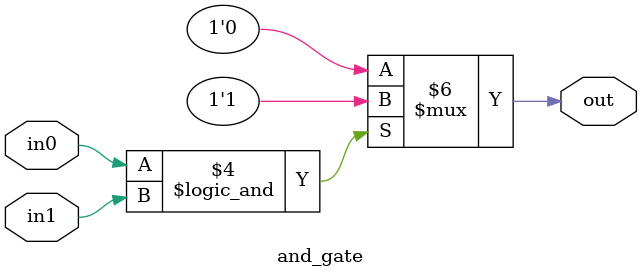
<source format=v>
module and_gate(
    input in0, in1,
    output reg out
);

always @(*) begin
    if(in0 == 1 && in1 == 1)
        out = 1;
    else 
        out = 0;
end

endmodule
</source>
